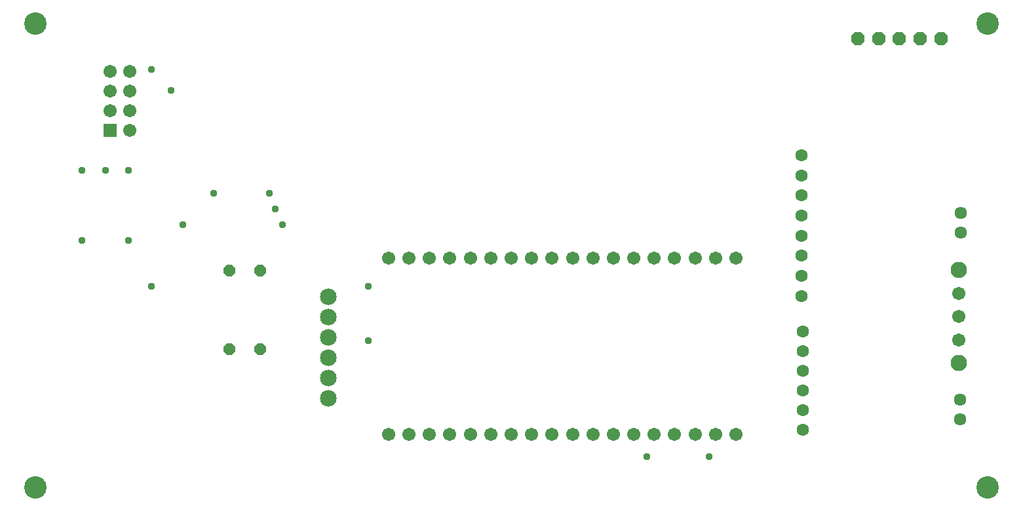
<source format=gbr>
G04 EAGLE Gerber RS-274X export*
G75*
%MOMM*%
%FSLAX34Y34*%
%LPD*%
%INSoldermask Bottom*%
%IPPOS*%
%AMOC8*
5,1,8,0,0,1.08239X$1,22.5*%
G01*
%ADD10C,2.903200*%
%ADD11C,1.602200*%
%ADD12C,2.153200*%
%ADD13C,1.611200*%
%ADD14C,1.711200*%
%ADD15C,2.108200*%
%ADD16P,1.869504X8X202.500000*%
%ADD17R,1.711200X1.711200*%
%ADD18P,1.649562X8X112.500000*%
%ADD19C,0.959600*%


D10*
X30000Y-10000D03*
X30000Y590000D03*
X1260000Y-10000D03*
X1260000Y590000D03*
D11*
X1021300Y192145D03*
X1021300Y166745D03*
X1021300Y141345D03*
X1021300Y115945D03*
X1021300Y90545D03*
X1021300Y65145D03*
D12*
X408520Y236510D03*
X408520Y210310D03*
X408520Y184110D03*
X408520Y157910D03*
X408520Y131710D03*
X408520Y105510D03*
D11*
X1019155Y237555D03*
X1019155Y263555D03*
X1019155Y289555D03*
X1019155Y315555D03*
X1019155Y341555D03*
X1019155Y367555D03*
X1019155Y393555D03*
X1019155Y419555D03*
D13*
X1224600Y103800D03*
X1224600Y78400D03*
D14*
X1222820Y181000D03*
X1222820Y211000D03*
X1222820Y241000D03*
D15*
X1223000Y151000D03*
X1223000Y271000D03*
D14*
X934800Y59050D03*
X908400Y59050D03*
X882000Y59050D03*
X855600Y59050D03*
X829200Y59050D03*
X802800Y59050D03*
X776400Y59050D03*
X750000Y59050D03*
X723600Y59050D03*
X697200Y59050D03*
X670800Y59050D03*
X644400Y59050D03*
X618000Y59050D03*
X591600Y59050D03*
X565200Y59050D03*
X538800Y59050D03*
X512400Y59050D03*
X486000Y59050D03*
X934800Y286380D03*
X908400Y286380D03*
X882000Y286380D03*
X855600Y286380D03*
X829200Y286380D03*
X802800Y286380D03*
X776400Y286380D03*
X750000Y286380D03*
X723600Y286380D03*
X697200Y286380D03*
X670800Y286380D03*
X644400Y286380D03*
X618000Y286380D03*
X591600Y286380D03*
X565200Y286380D03*
X538800Y286380D03*
X512400Y286380D03*
X486000Y286380D03*
D16*
X1146000Y570000D03*
D17*
X125850Y451900D03*
D14*
X151250Y528100D03*
X151250Y502700D03*
X151250Y477300D03*
X151250Y451900D03*
X125850Y477300D03*
X125850Y502700D03*
X125850Y528100D03*
D16*
X1119000Y570000D03*
X1092000Y570000D03*
X1200000Y570000D03*
X1173000Y570000D03*
D13*
X1225000Y344700D03*
X1225000Y319300D03*
D18*
X320000Y169200D03*
X320000Y270800D03*
X280000Y169200D03*
X280000Y270800D03*
D19*
X348840Y329840D03*
X220000Y330000D03*
X340000Y350000D03*
X205000Y503000D03*
X180000Y530000D03*
X180000Y250000D03*
X120000Y400000D03*
X460000Y180000D03*
X460000Y250000D03*
X331649Y370160D03*
X260000Y370000D03*
X150000Y309840D03*
X150000Y400000D03*
X820000Y30000D03*
X900000Y30000D03*
X90000Y309840D03*
X90000Y400000D03*
M02*

</source>
